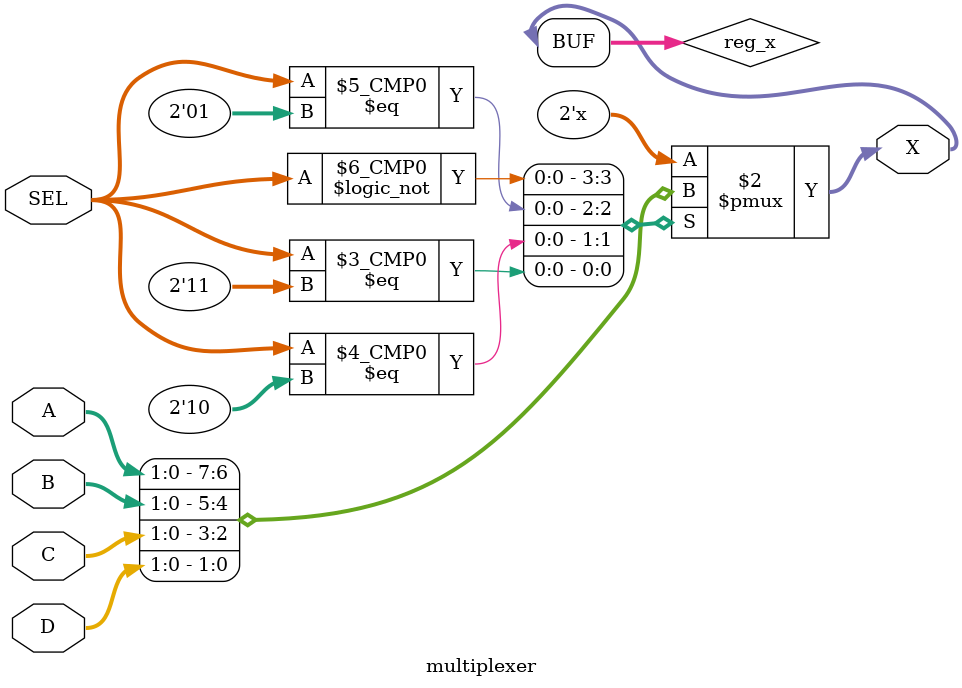
<source format=v>
`timescale 1ns / 1ps


module multiplexer(
    input [1:0]A,
    input [1:0]B,
    input [1:0]C,
    input [1:0]D,
    input [1:0]SEL,
    output [1:0]X
);

 //Need to add this line, to store the output value, do add in the range for multiple bits variables
reg [1:0]reg_x;

assign X = reg_x; //cannot output value, will redeclare warning

//YOUR CODE HERE
always@*
    case(SEL) //SEL IS 2 BIT INPUT, MAKE X = TO SELECTED INPUT
        2'b00: reg_x = A;
        2'b01: reg_x = B;
        2'b10: reg_x = C;
        2'b11: reg_x = D;
    endcase
    

//TIPS: IN THE VERILOG CASE STATEMENT, YOU HAVE TO LIST ALL CONDITION TO AVIOD ANY AMBIGUOUS STATEMENT;
endmodule

</source>
